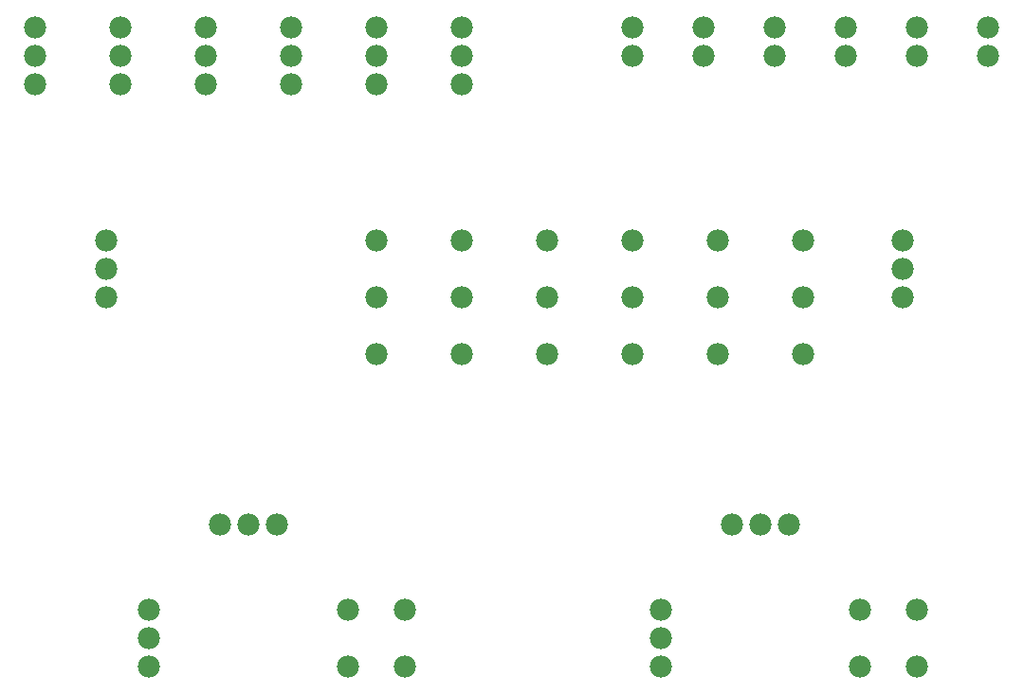
<source format=gtl>
G04 MADE WITH FRITZING*
G04 WWW.FRITZING.ORG*
G04 DOUBLE SIDED*
G04 HOLES PLATED*
G04 CONTOUR ON CENTER OF CONTOUR VECTOR*
%ASAXBY*%
%FSLAX23Y23*%
%MOIN*%
%OFA0B0*%
%SFA1.0B1.0*%
%ADD10C,0.078000*%
%LNCOPPER1*%
G90*
G70*
G54D10*
X703Y1163D03*
X703Y1063D03*
X703Y963D03*
X1153Y1463D03*
X1053Y1463D03*
X953Y1463D03*
X2953Y1463D03*
X2853Y1463D03*
X2753Y1463D03*
X2503Y1163D03*
X2503Y1063D03*
X2503Y963D03*
X2103Y2463D03*
X2103Y2263D03*
X2103Y2063D03*
X1403Y1163D03*
X1403Y963D03*
X1603Y1163D03*
X1603Y963D03*
X3403Y1163D03*
X3403Y963D03*
X3203Y1163D03*
X3203Y963D03*
X603Y3213D03*
X603Y3113D03*
X603Y3013D03*
X903Y3213D03*
X903Y3113D03*
X903Y3013D03*
X1203Y3213D03*
X1203Y3113D03*
X1203Y3013D03*
X1503Y3213D03*
X1503Y3113D03*
X1503Y3013D03*
X1803Y3213D03*
X1803Y3113D03*
X1803Y3013D03*
X303Y3213D03*
X303Y3113D03*
X303Y3013D03*
X1503Y2463D03*
X1503Y2263D03*
X1503Y2063D03*
X1803Y2463D03*
X1803Y2263D03*
X1803Y2063D03*
X2403Y2463D03*
X2403Y2263D03*
X2403Y2063D03*
X3003Y2463D03*
X3003Y2263D03*
X3003Y2063D03*
X2703Y2463D03*
X2703Y2263D03*
X2703Y2063D03*
X3153Y3213D03*
X3153Y3113D03*
X2903Y3213D03*
X2903Y3113D03*
X3403Y3213D03*
X3403Y3113D03*
X2653Y3213D03*
X2653Y3113D03*
X2403Y3213D03*
X2403Y3113D03*
X3653Y3213D03*
X3653Y3113D03*
X3353Y2463D03*
X3353Y2363D03*
X3353Y2263D03*
X553Y2463D03*
X553Y2363D03*
X553Y2263D03*
G04 End of Copper1*
M02*
</source>
